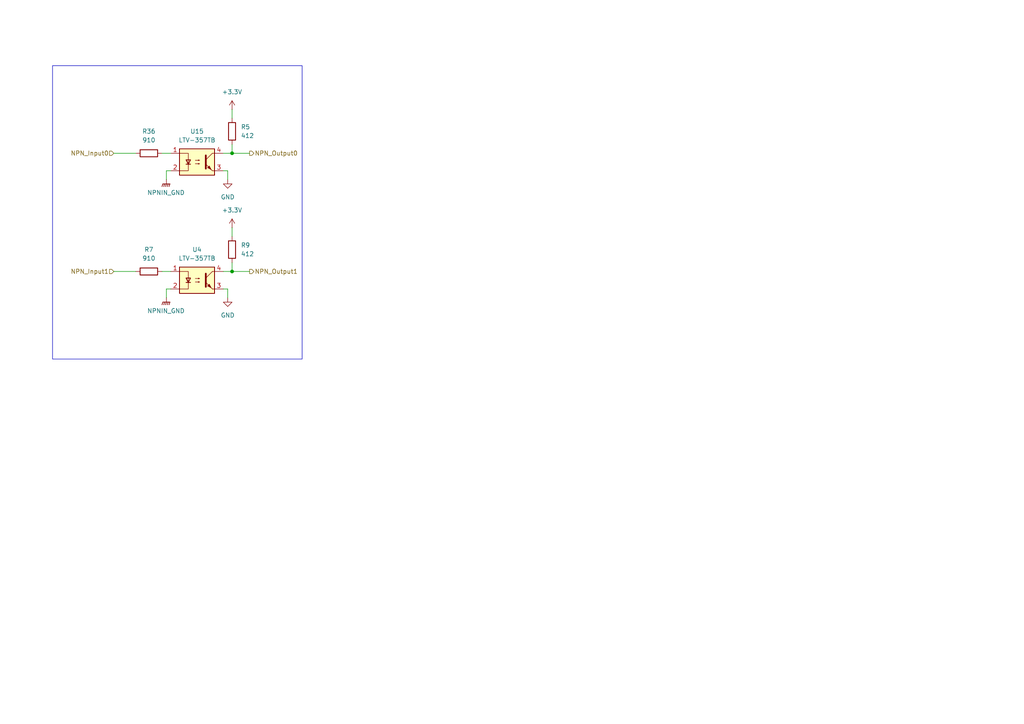
<source format=kicad_sch>
(kicad_sch (version 20250114) (generator "eeschema") (generator_version "9.0")
  (paper "A4")
  (lib_symbols
    (symbol "Device:R" (pin_numbers (hide yes)) (pin_names (offset 0))
      (property "Reference" "R" (at 2.032 0 90))
      (property "Value" "R" (at 0 0 90))
      (symbol "R_0_1"
        (rectangle (start -1.016 -2.54) (end 1.016 2.54) (stroke (width 0.254)))
      )
      (symbol "R_1_1"
        (pin passive line (at 0 3.81 270) (length 1.27) (name "~") (number "1"))
        (pin passive line (at 0 -3.81 90) (length 1.27) (name "~") (number "2"))
      )
    )
    (symbol "Isolator:LTV-357T" (pin_names (offset 1.016))
      (property "Reference" "U" (at -5.334 4.826 0))
      (property "Value" "LTV-357T" (at 0 5.08 0))
      (symbol "LTV-357T_0_1"
        (rectangle (start -5.08 3.81) (end 5.08 -3.81) (stroke (width 0.254)) (fill (type background)))
        (polyline (pts (xy -5.08 2.54) (xy -2.54 2.54) (xy -2.54 -0.762)))
        (polyline (pts (xy -3.175 -0.635) (xy -1.905 -0.635)) (stroke (width 0.254)))
        (polyline (pts (xy -2.54 -0.635) (xy -2.54 -2.54) (xy -5.08 -2.54)))
        (polyline (pts (xy -2.54 -0.635) (xy -3.175 0.635) (xy -1.905 0.635) (xy -2.54 -0.635)) (stroke (width 0.254)))
        (polyline (pts (xy -0.508 0.508) (xy 0.762 0.508) (xy 0.381 0.381) (xy 0.381 0.635) (xy 0.762 0.508)))
        (polyline (pts (xy -0.508 -0.508) (xy 0.762 -0.508) (xy 0.381 -0.635) (xy 0.381 -0.381) (xy 0.762 -0.508)))
        (polyline (pts (xy 2.54 1.905) (xy 2.54 -1.905) (xy 2.54 -1.905)) (stroke (width 0.508)))
        (polyline (pts (xy 2.54 0.635) (xy 4.445 2.54)))
        (polyline (pts (xy 3.048 -1.651) (xy 3.556 -1.143) (xy 4.064 -2.159) (xy 3.048 -1.651) (xy 3.048 -1.651)) (fill (type outline)))
        (polyline (pts (xy 4.445 2.54) (xy 5.08 2.54)))
        (polyline (pts (xy 4.445 -2.54) (xy 2.54 -0.635)) (fill (type outline)))
        (polyline (pts (xy 4.445 -2.54) (xy 5.08 -2.54)))
      )
      (symbol "LTV-357T_1_1"
        (pin passive line (at -7.62 2.54 0) (length 2.54) (name "~") (number "1"))
        (pin passive line (at -7.62 -2.54 0) (length 2.54) (name "~") (number "2"))
        (pin passive line (at 7.62 2.54 180) (length 2.54) (name "~") (number "4"))
        (pin passive line (at 7.62 -2.54 180) (length 2.54) (name "~") (number "3"))
      )
    )
    (symbol "power:+3.3V" (power) (pin_numbers (hide yes)) (pin_names (offset 0) (hide yes))
      (property "Value" "+3.3V" (at 0 3.556 0))
      (symbol "+3.3V_0_1"
        (polyline (pts (xy -0.762 1.27) (xy 0 2.54)))
        (polyline (pts (xy 0 2.54) (xy 0.762 1.27)))
        (polyline (pts (xy 0 0) (xy 0 2.54)))
      )
      (symbol "+3.3V_1_1"
        (pin power_in line (at 0 0 90) (length 0) (name "~") (number "1"))
      )
    )
    (symbol "power:GND" (power) (pin_numbers (hide yes)) (pin_names (offset 0) (hide yes))
      (property "Value" "GND" (at 0 -3.81 0))
      (symbol "GND_0_1"
        (polyline (pts (xy 0 0) (xy 0 -1.27) (xy 1.27 -1.27) (xy 0 -2.54) (xy -1.27 -1.27) (xy 0 -1.27)))
      )
      (symbol "GND_1_1"
        (pin power_in line (at 0 0 270) (length 0) (name "~") (number "1"))
      )
    )
    (symbol "power:GNDPWR" (power) (pin_numbers (hide yes)) (pin_names (offset 0) (hide yes))
      (property "Value" "GNDPWR" (at 0 -3.302 0))
      (symbol "GNDPWR_0_1"
        (polyline (pts (xy -1.016 -1.27) (xy -1.27 -2.032) (xy -1.27 -2.032)) (stroke (width 0.2032)))
        (polyline (pts (xy -0.508 -1.27) (xy -0.762 -2.032) (xy -0.762 -2.032)) (stroke (width 0.2032)))
        (polyline (pts (xy 0 -1.27) (xy 0 0)))
        (polyline (pts (xy 0 -1.27) (xy -0.254 -2.032) (xy -0.254 -2.032)) (stroke (width 0.2032)))
        (polyline (pts (xy 0.508 -1.27) (xy 0.254 -2.032) (xy 0.254 -2.032)) (stroke (width 0.2032)))
        (polyline (pts (xy 1.016 -1.27) (xy -1.016 -1.27) (xy -1.016 -1.27)) (stroke (width 0.2032)))
        (polyline (pts (xy 1.016 -1.27) (xy 0.762 -2.032) (xy 0.762 -2.032) (xy 0.762 -2.032)) (stroke (width 0.2032)))
      )
      (symbol "GNDPWR_1_1"
        (pin power_in line (at 0 0 270) (length 0) (name "~") (number "1"))
      )
    )
  )
  (rectangle (start 15.24 19.05) (end 87.63 104.14))
  (junction (at 67.31 44.45))
  (junction (at 67.31 78.74))
  (wire (pts (xy 48.26 83.82) (xy 49.53 83.82)))
  (wire (pts (xy 67.31 31.75) (xy 67.31 34.29)))
  (wire (pts (xy 64.77 44.45) (xy 67.31 44.45)))
  (wire (pts (xy 66.04 86.36) (xy 66.04 83.82)))
  (wire (pts (xy 48.26 52.07) (xy 48.26 49.53)))
  (wire (pts (xy 67.31 66.04) (xy 67.31 68.58)))
  (wire (pts (xy 48.26 86.36) (xy 48.26 83.82)))
  (wire (pts (xy 67.31 78.74) (xy 67.31 76.2)))
  (wire (pts (xy 67.31 44.45) (xy 67.31 41.91)))
  (wire (pts (xy 66.04 52.07) (xy 66.04 49.53)))
  (wire (pts (xy 46.99 44.45) (xy 49.53 44.45)))
  (wire (pts (xy 64.77 83.82) (xy 66.04 83.82)))
  (wire (pts (xy 67.31 44.45) (xy 72.39 44.45)))
  (wire (pts (xy 48.26 49.53) (xy 49.53 49.53)))
  (wire (pts (xy 64.77 78.74) (xy 67.31 78.74)))
  (wire (pts (xy 64.77 49.53) (xy 66.04 49.53)))
  (wire (pts (xy 33.02 44.45) (xy 39.37 44.45)))
  (wire (pts (xy 33.02 78.74) (xy 39.37 78.74)))
  (wire (pts (xy 67.31 78.74) (xy 72.39 78.74)))
  (wire (pts (xy 46.99 78.74) (xy 49.53 78.74)))
  (hierarchical_label "NPN_Input1" (shape input) (at 33.02 78.74 180))
  (hierarchical_label "NPN_Input0" (shape input) (at 33.02 44.45 180))
  (hierarchical_label "NPN_Output0" (shape output) (at 72.39 44.45 0))
  (hierarchical_label "NPN_Output1" (shape output) (at 72.39 78.74 0))
  (symbol (lib_id "power:GNDPWR") (at 48.26 52.07 0) (unit 1)
    (property "Reference" "#PWR0101" (effects (hide yes)))
    (property "Value" "NPNIN_GND" (at 48.133 55.88 0))
    (property "Description" "Power symbol creates a global label with name \"GNDPWR\" , global ground" (effects (hide yes)))
  )
  (symbol (lib_id "power:GND") (at 66.04 52.07 0) (unit 1)
    (property "Reference" "#PWR0102" (effects (hide yes)))
    (property "Value" "GND" (at 66.04 57.15 0))
    (property "Description" "Power symbol creates a global label with name \"GND\" , ground" (effects (hide yes)))
  )
  (symbol (lib_id "power:+3.3V") (at 67.31 66.04 0) (unit 1)
    (property "Reference" "#PWR032" (effects (hide yes)))
    (property "Value" "+3.3V" (at 67.31 60.96 0))
    (property "Description" "Power symbol creates a global label with name \"+3.3V\"" (effects (hide yes)))
  )
  (symbol (lib_id "Device:R") (at 43.18 78.74 90) (unit 1)
    (property "Reference" "R7" (at 43.18 72.39 90))
    (property "Value" "910" (at 43.18 74.93 90))
    (property "Footprint" "Resistor_SMD:R_0603_1608Metric" (effects (hide yes)))
    (property "Description" "Resistor" (effects (hide yes)))
    (property "LCSC#" "C114670" (effects (hide yes)))
  )
  (symbol (lib_id "Device:R") (at 67.31 38.1 180) (unit 1)
    (property "Reference" "R5" (at 69.85 36.8299 0) (effects (justify right)))
    (property "Value" "412" (at 69.85 39.3699 0) (effects (justify right)))
    (property "Description" "Resistor" (effects (hide yes)))
  )
  (symbol (lib_id "power:GNDPWR") (at 48.26 86.36 0) (unit 1)
    (property "Reference" "#PWR030" (effects (hide yes)))
    (property "Value" "NPNIN_GND" (at 48.133 90.17 0))
    (property "Description" "Power symbol creates a global label with name \"GNDPWR\" , global ground" (effects (hide yes)))
  )
  (symbol (lib_id "Isolator:LTV-357T") (at 57.15 46.99 0) (unit 1)
    (property "Reference" "U15" (at 57.15 38.1 0))
    (property "Value" "LTV-357TB" (at 57.15 40.64 0))
    (property "Footprint" "Package_SO:SO-4_4.4x3.6mm_P2.54mm" (effects (hide yes)))
    (property "Datasheet" "https://www.buerklin.com/medias/sys_master/download/download/h91/ha0/8892020588574.pdf" (effects (hide yes)))
    (property "Description" "DC Optocoupler, Vce 35V, CTR 50%, SO-4" (effects (hide yes)))
  )
  (symbol (lib_id "power:+3.3V") (at 67.31 31.75 0) (unit 1)
    (property "Reference" "#PWR0103" (effects (hide yes)))
    (property "Value" "+3.3V" (at 67.31 26.67 0))
    (property "Description" "Power symbol creates a global label with name \"+3.3V\"" (effects (hide yes)))
  )
  (symbol (lib_id "power:GND") (at 66.04 86.36 0) (unit 1)
    (property "Reference" "#PWR031" (effects (hide yes)))
    (property "Value" "GND" (at 66.04 91.44 0))
    (property "Description" "Power symbol creates a global label with name \"GND\" , ground" (effects (hide yes)))
  )
  (symbol (lib_id "Device:R") (at 43.18 44.45 90) (unit 1)
    (property "Reference" "R36" (at 43.18 38.1 90))
    (property "Value" "910" (at 43.18 40.64 90))
    (property "Footprint" "Resistor_SMD:R_0603_1608Metric" (effects (hide yes)))
    (property "Description" "Resistor" (effects (hide yes)))
    (property "LCSC#" "C114670" (effects (hide yes)))
  )
  (symbol (lib_id "Device:R") (at 67.31 72.39 180) (unit 1)
    (property "Reference" "R9" (at 69.85 71.1199 0) (effects (justify right)))
    (property "Value" "412" (at 69.85 73.6599 0) (effects (justify right)))
    (property "Description" "Resistor" (effects (hide yes)))
  )
  (symbol (lib_id "Isolator:LTV-357T") (at 57.15 81.28 0) (unit 1)
    (property "Reference" "U4" (at 57.15 72.39 0))
    (property "Value" "LTV-357TB" (at 57.15 74.93 0))
    (property "Footprint" "Package_SO:SO-4_4.4x3.6mm_P2.54mm" (effects (hide yes)))
    (property "Datasheet" "https://www.buerklin.com/medias/sys_master/download/download/h91/ha0/8892020588574.pdf" (effects (hide yes)))
    (property "Description" "DC Optocoupler, Vce 35V, CTR 50%, SO-4" (effects (hide yes)))
  )
)
</source>
